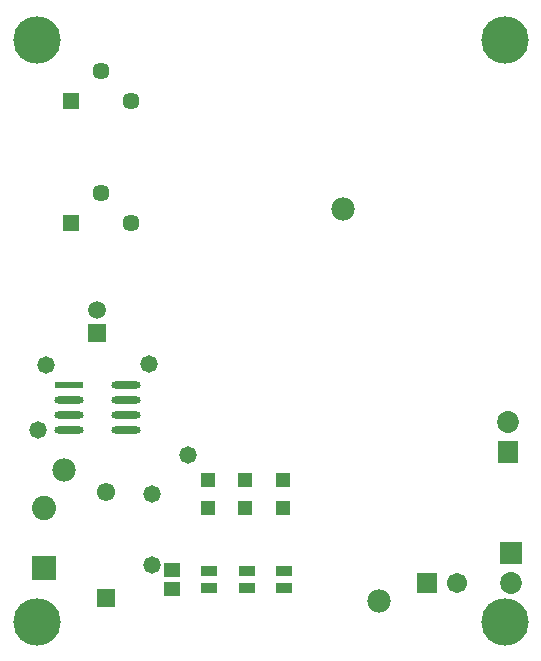
<source format=gbr>
%TF.GenerationSoftware,Altium Limited,Altium Designer,20.0.10 (225)*%
G04 Layer_Color=8388736*
%FSLAX26Y26*%
%MOIN*%
%TF.FileFunction,Soldermask,Top*%
%TF.Part,Single*%
G01*
G75*
%TA.AperFunction,SMDPad,CuDef*%
G04:AMPARAMS|DCode=10|XSize=97.211mil|YSize=24.493mil|CornerRadius=12.247mil|HoleSize=0mil|Usage=FLASHONLY|Rotation=0.000|XOffset=0mil|YOffset=0mil|HoleType=Round|Shape=RoundedRectangle|*
%AMROUNDEDRECTD10*
21,1,0.097211,0.000000,0,0,0.0*
21,1,0.072718,0.024493,0,0,0.0*
1,1,0.024493,0.036359,0.000000*
1,1,0.024493,-0.036359,0.000000*
1,1,0.024493,-0.036359,0.000000*
1,1,0.024493,0.036359,0.000000*
%
%ADD10ROUNDEDRECTD10*%
%ADD11R,0.097211X0.024493*%
%ADD12R,0.053150X0.037402*%
%ADD13R,0.053627X0.045581*%
%ADD14R,0.045276X0.045276*%
%TA.AperFunction,ViaPad*%
%ADD33C,0.158000*%
%TA.AperFunction,ComponentPad*%
%ADD34R,0.067055X0.067055*%
%ADD35C,0.067055*%
%TA.AperFunction,ViaPad*%
%ADD36C,0.078000*%
%TA.AperFunction,ComponentPad*%
%ADD37R,0.080835X0.080835*%
%ADD38C,0.080835*%
%ADD39R,0.061150X0.061150*%
%ADD40C,0.061150*%
%ADD41C,0.059181*%
%ADD42R,0.059181X0.059181*%
%ADD43R,0.057213X0.057213*%
%ADD44C,0.057213*%
%ADD45R,0.073000X0.073000*%
%ADD46C,0.073000*%
%ADD47R,0.067055X0.073000*%
%TA.AperFunction,ViaPad*%
%ADD48C,0.058000*%
D10*
X3689689Y1900000D02*
D03*
Y1850000D02*
D03*
Y1800000D02*
D03*
Y1750000D02*
D03*
X3499642D02*
D03*
Y1800000D02*
D03*
Y1850000D02*
D03*
D11*
Y1900000D02*
D03*
D12*
X4215000Y1220472D02*
D03*
Y1279528D02*
D03*
X4089920Y1220472D02*
D03*
Y1279528D02*
D03*
X3964841Y1220472D02*
D03*
Y1279528D02*
D03*
D13*
X3840000Y1217434D02*
D03*
Y1282566D02*
D03*
D14*
X4211063Y1488740D02*
D03*
Y1581260D02*
D03*
X4085983Y1488740D02*
D03*
Y1581260D02*
D03*
X3960904Y1488740D02*
D03*
Y1581260D02*
D03*
D33*
X4950000Y1110000D02*
D03*
X3390000D02*
D03*
X4950000Y3050000D02*
D03*
X3390000D02*
D03*
D34*
X4690000Y1240000D02*
D03*
D35*
X4790000D02*
D03*
D36*
X3480000Y1615000D02*
D03*
X4530000Y1180000D02*
D03*
X4410000Y2485000D02*
D03*
D37*
X3415000Y1290000D02*
D03*
D38*
Y1490000D02*
D03*
D39*
X3620000Y1187835D02*
D03*
D40*
Y1542165D02*
D03*
D41*
X3590728Y2149370D02*
D03*
D42*
Y2070630D02*
D03*
D43*
X3505000Y2846378D02*
D03*
Y2440000D02*
D03*
D44*
X3605000Y2946378D02*
D03*
X3705000Y2846378D02*
D03*
X3605000Y2540000D02*
D03*
X3705000Y2440000D02*
D03*
D45*
X4970000Y1340000D02*
D03*
D46*
Y1240000D02*
D03*
X4960000Y1775000D02*
D03*
D47*
Y1675000D02*
D03*
D48*
X3420000Y1965000D02*
D03*
X3895000Y1665000D02*
D03*
X3765000Y1970000D02*
D03*
X3395000Y1750000D02*
D03*
X3775000Y1535000D02*
D03*
Y1300000D02*
D03*
%TF.MD5,af376bf7be1d26b12bb2edb9f8dccb1e*%
M02*

</source>
